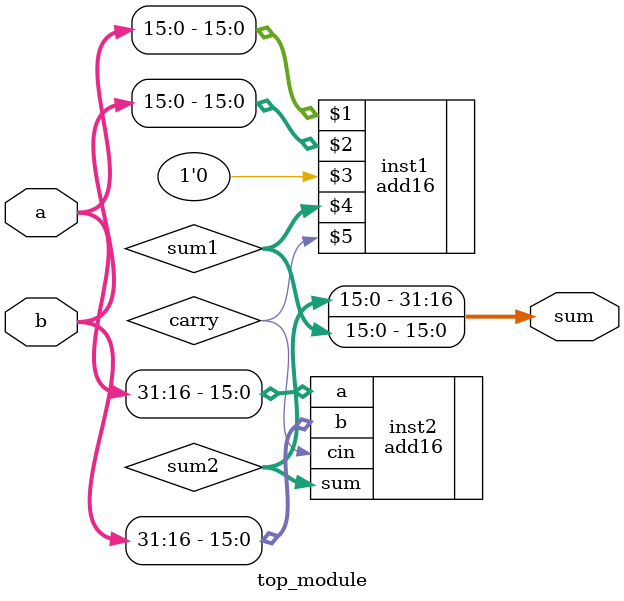
<source format=v>
module top_module(
    input [31:0] a,
    input [31:0] b,
    output [31:0] sum
);
    wire [15:0] sum1;
    wire [15:0] sum2;
    wire carry;
    add16 inst1(a[15:0], b[15:0], 1'b0, sum1, carry);
    add16 inst2(.a(a[31:16]), .b(b[31:16]), .cin(carry), .sum(sum2));
    assign sum = {sum2, sum1};

endmodule

</source>
